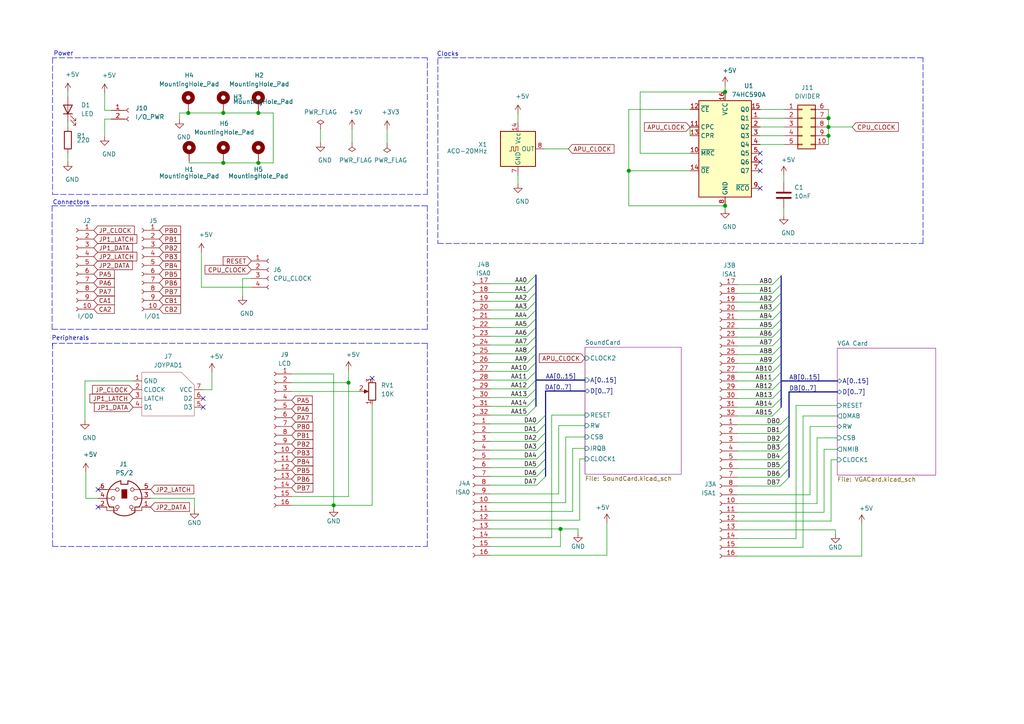
<source format=kicad_sch>
(kicad_sch (version 20211123) (generator eeschema)
  (paper "A4")
  (title_block (title "Miniish") (rev "v1.2c"))
  (junction (at 162.56 153.416) (diameter 1.016))
  (junction (at 101.092 110.998) (diameter 1.016))
  (junction (at 96.774 146.558) (diameter 1.016))
  (junction (at 74.93 32.766) (diameter 1.016))
  (junction (at 210.312 59.69) (diameter 1.016))
  (junction (at 240.284 36.83) (diameter 1.016))
  (junction (at 74.93 47.244) (diameter 1.016))
  (junction (at 210.312 26.67) (diameter 1.016))
  (junction (at 182.372 49.53) (diameter 1.016))
  (junction (at 240.284 34.29) (diameter 1.016))
  (junction (at 64.77 32.766) (diameter 1.016))
  (junction (at 54.61 32.766) (diameter 1.016))
  (junction (at 64.77 47.244) (diameter 1.016))
  (junction (at 240.284 39.37) (diameter 1.016))
  (no_connect (at 220.472 54.61))
  (no_connect (at 220.472 44.45))
  (no_connect (at 107.95 109.728))
  (no_connect (at 220.472 49.53))
  (no_connect (at 58.928 115.57))
  (no_connect (at 220.472 46.99))
  (no_connect (at 58.928 118.11))
  (no_connect (at 28.448 147.066))
  (no_connect (at 28.448 141.986))
  (bus_entry (at 224.028 95.25) (size 2.54 -2.54) (stroke (width 0.1524)))
  (bus_entry (at 155.448 115.316) (size -2.54 2.54) (stroke (width 0.1524)))
  (bus_entry (at 224.028 82.55) (size 2.54 -2.54) (stroke (width 0.1524)))
  (bus_entry (at 155.448 84.836) (size -2.54 2.54) (stroke (width 0.1524)))
  (bus_entry (at 226.314 135.89) (size 2.54 -2.54) (stroke (width 0.1524)))
  (bus_entry (at 224.028 92.71) (size 2.54 -2.54) (stroke (width 0.1524)))
  (bus_entry (at 155.448 110.236) (size -2.54 2.54) (stroke (width 0.1524)))
  (bus_entry (at 155.448 89.916) (size -2.54 2.54) (stroke (width 0.1524)))
  (bus_entry (at 155.448 100.076) (size -2.54 2.54) (stroke (width 0.1524)))
  (bus_entry (at 155.448 107.696) (size -2.54 2.54) (stroke (width 0.1524)))
  (bus_entry (at 158.242 125.476) (size -2.54 2.54) (stroke (width 0.1524)))
  (bus_entry (at 155.448 92.456) (size -2.54 2.54) (stroke (width 0.1524)))
  (bus_entry (at 224.028 102.87) (size 2.54 -2.54) (stroke (width 0.1524)))
  (bus_entry (at 224.028 97.79) (size 2.54 -2.54) (stroke (width 0.1524)))
  (bus_entry (at 155.448 82.296) (size -2.54 2.54) (stroke (width 0.1524)))
  (bus_entry (at 158.242 138.176) (size -2.54 2.54) (stroke (width 0.1524)))
  (bus_entry (at 224.028 85.09) (size 2.54 -2.54) (stroke (width 0.1524)))
  (bus_entry (at 158.242 130.556) (size -2.54 2.54) (stroke (width 0.1524)))
  (bus_entry (at 224.028 90.17) (size 2.54 -2.54) (stroke (width 0.1524)))
  (bus_entry (at 224.028 113.03) (size 2.54 -2.54) (stroke (width 0.1524)))
  (bus_entry (at 224.028 118.11) (size 2.54 -2.54) (stroke (width 0.1524)))
  (bus_entry (at 158.242 133.096) (size -2.54 2.54) (stroke (width 0.1524)))
  (bus_entry (at 155.448 94.996) (size -2.54 2.54) (stroke (width 0.1524)))
  (bus_entry (at 158.242 135.636) (size -2.54 2.54) (stroke (width 0.1524)))
  (bus_entry (at 226.314 138.43) (size 2.54 -2.54) (stroke (width 0.1524)))
  (bus_entry (at 224.028 105.41) (size 2.54 -2.54) (stroke (width 0.1524)))
  (bus_entry (at 226.314 123.19) (size 2.54 -2.54) (stroke (width 0.1524)))
  (bus_entry (at 158.242 120.396) (size -2.54 2.54) (stroke (width 0.1524)))
  (bus_entry (at 155.448 79.756) (size -2.54 2.54) (stroke (width 0.1524)))
  (bus_entry (at 158.242 128.016) (size -2.54 2.54) (stroke (width 0.1524)))
  (bus_entry (at 226.314 133.35) (size 2.54 -2.54) (stroke (width 0.1524)))
  (bus_entry (at 226.314 128.27) (size 2.54 -2.54) (stroke (width 0.1524)))
  (bus_entry (at 155.448 102.616) (size -2.54 2.54) (stroke (width 0.1524)))
  (bus_entry (at 224.028 110.49) (size 2.54 -2.54) (stroke (width 0.1524)))
  (bus_entry (at 155.448 87.376) (size -2.54 2.54) (stroke (width 0.1524)))
  (bus_entry (at 226.314 130.81) (size 2.54 -2.54) (stroke (width 0.1524)))
  (bus_entry (at 224.028 107.95) (size 2.54 -2.54) (stroke (width 0.1524)))
  (bus_entry (at 155.448 117.856) (size -2.54 2.54) (stroke (width 0.1524)))
  (bus_entry (at 226.314 140.97) (size 2.54 -2.54) (stroke (width 0.1524)))
  (bus_entry (at 155.448 112.776) (size -2.54 2.54) (stroke (width 0.1524)))
  (bus_entry (at 224.028 115.57) (size 2.54 -2.54) (stroke (width 0.1524)))
  (bus_entry (at 224.028 87.63) (size 2.54 -2.54) (stroke (width 0.1524)))
  (bus_entry (at 158.242 122.936) (size -2.54 2.54) (stroke (width 0.1524)))
  (bus_entry (at 155.448 97.536) (size -2.54 2.54) (stroke (width 0.1524)))
  (bus_entry (at 224.028 100.33) (size 2.54 -2.54) (stroke (width 0.1524)))
  (bus_entry (at 226.314 125.73) (size 2.54 -2.54) (stroke (width 0.1524)))
  (bus_entry (at 155.448 105.156) (size -2.54 2.54) (stroke (width 0.1524)))
  (bus_entry (at 224.028 120.65) (size 2.54 -2.54) (stroke (width 0.1524)))
  (wire (pts (xy 58.928 113.03) (xy 61.468 113.03)))
  (wire (pts (xy 236.982 127) (xy 236.982 146.05)))
  (bus (pts (xy 155.448 112.776) (xy 155.448 115.316)))
  (wire (pts (xy 152.908 115.316) (xy 142.24 115.316)))
  (wire (pts (xy 213.868 143.51) (xy 234.95 143.51)))
  (wire (pts (xy 157.861 43.18) (xy 164.846 43.18)))
  (wire (pts (xy 101.092 110.998) (xy 101.092 107.442)))
  (wire (pts (xy 56.388 144.526) (xy 56.388 147.828)))
  (wire (pts (xy 74.93 32.131) (xy 74.93 32.766)))
  (bus (pts (xy 226.568 97.79) (xy 226.568 100.33)))
  (wire (pts (xy 152.908 97.536) (xy 142.24 97.536)))
  (wire (pts (xy 164.084 126.746) (xy 164.084 145.796)))
  (wire (pts (xy 227.33 60.452) (xy 227.33 62.484)))
  (wire (pts (xy 152.908 84.836) (xy 142.24 84.836)))
  (wire (pts (xy 152.908 100.076) (xy 142.24 100.076)))
  (wire (pts (xy 52.07 34.671) (xy 52.07 32.766)))
  (wire (pts (xy 213.868 158.75) (xy 232.918 158.75)))
  (wire (pts (xy 230.886 117.602) (xy 242.824 117.602)))
  (wire (pts (xy 213.868 130.81) (xy 226.314 130.81)))
  (wire (pts (xy 142.24 143.256) (xy 162.052 143.256)))
  (wire (pts (xy 150.241 33.02) (xy 150.241 35.56)))
  (wire (pts (xy 213.868 140.97) (xy 226.314 140.97)))
  (bus (pts (xy 155.448 97.536) (xy 155.448 100.076)))
  (wire (pts (xy 241.046 133.35) (xy 241.046 151.13)))
  (wire (pts (xy 30.353 26.924) (xy 30.353 32.004)))
  (bus (pts (xy 155.448 89.916) (xy 155.448 92.456)))
  (wire (pts (xy 249.936 151.892) (xy 249.936 161.29)))
  (wire (pts (xy 152.908 87.376) (xy 142.24 87.376)))
  (wire (pts (xy 30.353 34.544) (xy 30.353 39.624)))
  (polyline (pts (xy 123.952 95.504) (xy 15.113 95.504)) (stroke (width 0.152) (type dash)))
  (polyline (pts (xy 15.24 158.496) (xy 123.952 158.496)) (stroke (width 0) (type dash)))
  (wire (pts (xy 19.685 26.67) (xy 19.685 27.94)))
  (wire (pts (xy 64.77 32.131) (xy 64.77 32.766)))
  (wire (pts (xy 30.353 34.544) (xy 32.258 34.544)))
  (bus (pts (xy 228.854 123.19) (xy 228.854 125.73)))
  (wire (pts (xy 213.868 148.59) (xy 239.014 148.59)))
  (polyline (pts (xy 267.716 70.612) (xy 267.716 16.764)) (stroke (width 0) (type dash)))
  (wire (pts (xy 84.582 144.018) (xy 101.092 144.018)))
  (wire (pts (xy 242.824 123.698) (xy 234.95 123.698)))
  (wire (pts (xy 96.774 146.558) (xy 96.774 147.32)))
  (wire (pts (xy 230.886 117.602) (xy 230.886 156.21)))
  (wire (pts (xy 101.092 144.018) (xy 101.092 110.998)))
  (wire (pts (xy 242.316 153.67) (xy 242.316 154.94)))
  (polyline (pts (xy 127 70.612) (xy 267.716 70.612)) (stroke (width 0) (type dash)))
  (wire (pts (xy 236.982 127) (xy 242.824 127)))
  (wire (pts (xy 84.582 146.558) (xy 96.774 146.558)))
  (wire (pts (xy 239.014 130.302) (xy 242.824 130.302)))
  (wire (pts (xy 79.248 47.244) (xy 79.248 32.766)))
  (polyline (pts (xy 123.952 16.764) (xy 15.24 16.764)) (stroke (width 0) (type dash)))
  (wire (pts (xy 19.685 35.56) (xy 19.685 36.83)))
  (bus (pts (xy 155.448 79.756) (xy 155.448 82.296)))
  (wire (pts (xy 213.868 105.41) (xy 224.028 105.41)))
  (wire (pts (xy 241.046 133.35) (xy 242.824 133.35)))
  (wire (pts (xy 155.702 130.556) (xy 142.24 130.556)))
  (wire (pts (xy 182.372 59.69) (xy 210.312 59.69)))
  (bus (pts (xy 226.568 113.03) (xy 226.568 115.57)))
  (wire (pts (xy 240.284 36.83) (xy 240.284 39.37)))
  (wire (pts (xy 213.868 156.21) (xy 230.886 156.21)))
  (wire (pts (xy 213.868 115.57) (xy 224.028 115.57)))
  (bus (pts (xy 226.568 107.95) (xy 226.568 110.49)))
  (wire (pts (xy 213.868 100.33) (xy 224.028 100.33)))
  (wire (pts (xy 166.116 148.336) (xy 142.24 148.336)))
  (wire (pts (xy 182.372 31.75) (xy 182.372 49.53)))
  (wire (pts (xy 210.312 59.69) (xy 210.312 60.706)))
  (bus (pts (xy 226.568 90.17) (xy 226.568 92.71)))
  (wire (pts (xy 213.868 135.89) (xy 226.314 135.89)))
  (wire (pts (xy 220.472 34.29) (xy 227.584 34.29)))
  (bus (pts (xy 158.242 122.936) (xy 158.242 120.396)))
  (wire (pts (xy 240.284 34.29) (xy 240.284 36.83)))
  (bus (pts (xy 228.854 133.35) (xy 228.854 135.89)))
  (wire (pts (xy 54.864 47.244) (xy 64.77 47.244)))
  (wire (pts (xy 84.582 113.538) (xy 104.14 113.538)))
  (wire (pts (xy 70.358 80.772) (xy 70.358 85.852)))
  (wire (pts (xy 155.702 138.176) (xy 142.24 138.176)))
  (wire (pts (xy 213.868 82.55) (xy 224.028 82.55)))
  (wire (pts (xy 210.312 24.892) (xy 210.312 26.67)))
  (wire (pts (xy 61.468 107.95) (xy 61.468 113.03)))
  (wire (pts (xy 58.42 73.152) (xy 58.42 83.312)))
  (wire (pts (xy 58.42 83.312) (xy 72.898 83.312)))
  (polyline (pts (xy 15.113 59.69) (xy 123.952 59.69)) (stroke (width 0.152) (type dash)))
  (polyline (pts (xy 15.24 99.568) (xy 15.24 100.33)) (stroke (width 0) (type dash)))
  (wire (pts (xy 84.582 110.998) (xy 101.092 110.998)))
  (bus (pts (xy 155.448 102.616) (xy 155.448 105.156)))
  (wire (pts (xy 152.908 102.616) (xy 142.24 102.616)))
  (wire (pts (xy 74.93 32.766) (xy 64.77 32.766)))
  (wire (pts (xy 142.24 145.796) (xy 164.084 145.796)))
  (wire (pts (xy 213.868 123.19) (xy 226.314 123.19)))
  (polyline (pts (xy 123.952 99.568) (xy 15.24 99.568)) (stroke (width 0) (type dash)))
  (wire (pts (xy 240.284 36.83) (xy 247.142 36.83)))
  (wire (pts (xy 169.672 130.048) (xy 166.116 130.048)))
  (wire (pts (xy 162.56 153.416) (xy 142.24 153.416)))
  (wire (pts (xy 52.07 32.766) (xy 54.61 32.766)))
  (bus (pts (xy 158.242 120.396) (xy 158.242 113.411)))
  (wire (pts (xy 213.868 133.35) (xy 226.314 133.35)))
  (wire (pts (xy 107.95 146.558) (xy 96.774 146.558)))
  (wire (pts (xy 213.868 90.17) (xy 224.028 90.17)))
  (wire (pts (xy 239.014 130.302) (xy 239.014 148.59)))
  (bus (pts (xy 228.854 113.665) (xy 228.854 120.65)))
  (wire (pts (xy 167.64 153.416) (xy 167.64 154.686)))
  (wire (pts (xy 162.56 158.496) (xy 162.56 153.416)))
  (bus (pts (xy 155.448 84.836) (xy 155.448 82.296)))
  (bus (pts (xy 155.448 84.836) (xy 155.448 87.376)))
  (wire (pts (xy 92.964 37.338) (xy 92.964 41.402)))
  (wire (pts (xy 213.868 125.73) (xy 226.314 125.73)))
  (polyline (pts (xy 15.24 99.568) (xy 15.24 158.496)) (stroke (width 0) (type dash)))
  (wire (pts (xy 152.908 92.456) (xy 142.24 92.456)))
  (bus (pts (xy 169.672 110.236) (xy 155.448 110.236)))
  (bus (pts (xy 228.854 113.665) (xy 242.824 113.665)))
  (wire (pts (xy 182.372 49.53) (xy 182.372 59.69)))
  (wire (pts (xy 169.672 123.444) (xy 162.052 123.444)))
  (wire (pts (xy 107.95 117.348) (xy 107.95 146.558)))
  (wire (pts (xy 152.908 82.296) (xy 142.24 82.296)))
  (wire (pts (xy 142.24 155.956) (xy 160.02 155.956)))
  (wire (pts (xy 220.472 31.75) (xy 227.584 31.75)))
  (wire (pts (xy 213.868 161.29) (xy 249.936 161.29)))
  (wire (pts (xy 240.284 39.37) (xy 240.284 41.91)))
  (wire (pts (xy 169.672 133.096) (xy 168.148 133.096)))
  (bus (pts (xy 158.242 133.096) (xy 158.242 135.636)))
  (wire (pts (xy 152.908 94.996) (xy 142.24 94.996)))
  (wire (pts (xy 213.868 138.43) (xy 226.314 138.43)))
  (wire (pts (xy 176.022 161.036) (xy 142.24 161.036)))
  (polyline (pts (xy 123.952 59.69) (xy 123.952 95.504)) (stroke (width 0.152) (type dash)))
  (bus (pts (xy 226.568 92.71) (xy 226.568 95.25)))
  (wire (pts (xy 150.241 50.8) (xy 150.241 53.34)))
  (wire (pts (xy 64.77 47.244) (xy 74.93 47.244)))
  (bus (pts (xy 226.568 110.49) (xy 226.568 113.03)))
  (wire (pts (xy 112.268 37.592) (xy 112.268 41.656)))
  (wire (pts (xy 213.868 92.71) (xy 224.028 92.71)))
  (wire (pts (xy 166.116 130.048) (xy 166.116 148.336)))
  (wire (pts (xy 169.672 120.396) (xy 160.02 120.396)))
  (bus (pts (xy 226.568 102.87) (xy 226.568 105.41)))
  (polyline (pts (xy 15.24 56.388) (xy 123.952 56.388)) (stroke (width 0) (type dash)))
  (bus (pts (xy 155.448 94.996) (xy 155.448 97.536)))
  (wire (pts (xy 200.152 36.83) (xy 200.152 39.37)))
  (wire (pts (xy 234.95 123.698) (xy 234.95 143.51)))
  (wire (pts (xy 155.702 122.936) (xy 142.24 122.936)))
  (bus (pts (xy 228.854 130.81) (xy 228.854 133.35)))
  (bus (pts (xy 226.568 82.55) (xy 226.568 85.09)))
  (wire (pts (xy 220.472 41.91) (xy 227.584 41.91)))
  (wire (pts (xy 213.868 97.79) (xy 224.028 97.79)))
  (wire (pts (xy 185.674 26.67) (xy 210.312 26.67)))
  (bus (pts (xy 226.568 87.63) (xy 226.568 90.17)))
  (wire (pts (xy 162.052 123.444) (xy 162.052 143.256)))
  (wire (pts (xy 176.022 151.638) (xy 176.022 161.036)))
  (bus (pts (xy 226.568 95.25) (xy 226.568 97.79)))
  (wire (pts (xy 185.674 44.45) (xy 200.152 44.45)))
  (wire (pts (xy 213.868 128.27) (xy 226.314 128.27)))
  (wire (pts (xy 74.93 47.244) (xy 79.248 47.244)))
  (wire (pts (xy 72.898 80.772) (xy 70.358 80.772)))
  (wire (pts (xy 96.774 108.458) (xy 96.774 146.558)))
  (wire (pts (xy 182.372 49.53) (xy 200.152 49.53)))
  (wire (pts (xy 155.702 140.716) (xy 142.24 140.716)))
  (polyline (pts (xy 267.716 16.764) (xy 127 16.764)) (stroke (width 0) (type dash)))
  (wire (pts (xy 240.284 31.75) (xy 240.284 34.29)))
  (bus (pts (xy 228.854 120.65) (xy 228.854 123.19)))
  (polyline (pts (xy 127 17.018) (xy 127 70.612)) (stroke (width 0) (type dash)))
  (wire (pts (xy 64.77 46.609) (xy 64.77 47.244)))
  (wire (pts (xy 168.148 133.096) (xy 168.148 150.876)))
  (wire (pts (xy 54.864 46.609) (xy 54.864 47.244)))
  (wire (pts (xy 160.02 155.956) (xy 160.02 120.396)))
  (wire (pts (xy 213.868 113.03) (xy 224.028 113.03)))
  (wire (pts (xy 142.24 158.496) (xy 162.56 158.496)))
  (wire (pts (xy 152.908 107.696) (xy 142.24 107.696)))
  (wire (pts (xy 220.472 39.37) (xy 227.584 39.37)))
  (bus (pts (xy 228.854 125.73) (xy 228.854 128.27)))
  (wire (pts (xy 155.702 125.476) (xy 142.24 125.476)))
  (bus (pts (xy 226.568 85.09) (xy 226.568 87.63)))
  (wire (pts (xy 213.868 153.67) (xy 242.316 153.67)))
  (wire (pts (xy 64.77 32.766) (xy 54.61 32.766)))
  (wire (pts (xy 19.685 44.45) (xy 19.685 46.99)))
  (wire (pts (xy 213.868 118.11) (xy 224.028 118.11)))
  (polyline (pts (xy 123.952 158.496) (xy 123.952 99.568)) (stroke (width 0) (type dash)))
  (wire (pts (xy 213.868 95.25) (xy 224.028 95.25)))
  (wire (pts (xy 152.908 110.236) (xy 142.24 110.236)))
  (wire (pts (xy 167.64 153.416) (xy 162.56 153.416)))
  (wire (pts (xy 24.892 144.526) (xy 28.448 144.526)))
  (wire (pts (xy 74.93 32.766) (xy 79.248 32.766)))
  (polyline (pts (xy 15.24 16.764) (xy 15.24 56.388)) (stroke (width 0) (type dash)))
  (wire (pts (xy 232.918 120.65) (xy 242.824 120.65)))
  (polyline (pts (xy 15.113 59.69) (xy 15.113 95.504)) (stroke (width 0.152) (type dash)))
  (bus (pts (xy 155.448 110.236) (xy 155.448 112.776)))
  (bus (pts (xy 158.242 135.636) (xy 158.242 138.176)))
  (bus (pts (xy 226.568 115.57) (xy 226.568 118.11)))
  (bus (pts (xy 155.448 87.376) (xy 155.448 89.916)))
  (wire (pts (xy 54.61 32.131) (xy 54.61 32.766)))
  (wire (pts (xy 155.702 135.636) (xy 142.24 135.636)))
  (wire (pts (xy 152.908 112.776) (xy 142.24 112.776)))
  (wire (pts (xy 168.148 150.876) (xy 142.24 150.876)))
  (bus (pts (xy 155.448 107.696) (xy 155.448 110.236)))
  (bus (pts (xy 226.568 80.01) (xy 226.568 82.55)))
  (wire (pts (xy 220.472 36.83) (xy 227.584 36.83)))
  (wire (pts (xy 155.702 128.016) (xy 142.24 128.016)))
  (bus (pts (xy 226.568 100.33) (xy 226.568 102.87)))
  (polyline (pts (xy 123.952 56.388) (xy 123.952 16.764)) (stroke (width 0) (type dash)))
  (wire (pts (xy 30.353 32.004) (xy 32.258 32.004)))
  (wire (pts (xy 213.868 120.65) (xy 224.028 120.65)))
  (wire (pts (xy 213.868 85.09) (xy 224.028 85.09)))
  (bus (pts (xy 226.568 110.49) (xy 242.824 110.49)))
  (wire (pts (xy 213.868 102.87) (xy 224.028 102.87)))
  (bus (pts (xy 155.448 115.316) (xy 155.448 117.856)))
  (wire (pts (xy 74.93 46.609) (xy 74.93 47.244)))
  (bus (pts (xy 226.568 105.41) (xy 226.568 107.95)))
  (wire (pts (xy 213.868 107.95) (xy 224.028 107.95)))
  (wire (pts (xy 213.868 146.05) (xy 236.982 146.05)))
  (wire (pts (xy 43.688 144.526) (xy 56.388 144.526)))
  (wire (pts (xy 84.582 108.458) (xy 96.774 108.458)))
  (wire (pts (xy 155.702 133.096) (xy 142.24 133.096)))
  (bus (pts (xy 155.448 92.456) (xy 155.448 94.996)))
  (bus (pts (xy 158.242 125.476) (xy 158.242 128.016)))
  (wire (pts (xy 232.918 120.65) (xy 232.918 158.75)))
  (wire (pts (xy 227.33 50.8) (xy 227.33 52.832)))
  (wire (pts (xy 102.108 37.338) (xy 102.108 41.402)))
  (bus (pts (xy 158.242 125.476) (xy 158.242 122.936)))
  (wire (pts (xy 213.868 151.13) (xy 241.046 151.13)))
  (bus (pts (xy 228.854 135.89) (xy 228.854 138.43)))
  (wire (pts (xy 24.638 110.49) (xy 24.638 121.92)))
  (bus (pts (xy 155.448 100.076) (xy 155.448 102.616)))
  (wire (pts (xy 169.672 126.746) (xy 164.084 126.746)))
  (wire (pts (xy 152.908 117.856) (xy 142.24 117.856)))
  (wire (pts (xy 24.892 136.906) (xy 24.892 144.526)))
  (wire (pts (xy 185.674 44.45) (xy 185.674 26.67)))
  (wire (pts (xy 152.908 105.156) (xy 142.24 105.156)))
  (wire (pts (xy 213.868 87.63) (xy 224.028 87.63)))
  (bus (pts (xy 158.242 130.556) (xy 158.242 133.096)))
  (wire (pts (xy 200.152 31.75) (xy 182.372 31.75)))
  (wire (pts (xy 152.908 120.396) (xy 142.24 120.396)))
  (wire (pts (xy 213.868 110.49) (xy 224.028 110.49)))
  (wire (pts (xy 38.608 110.49) (xy 24.638 110.49)))
  (bus (pts (xy 155.448 105.156) (xy 155.448 107.696)))
  (bus (pts (xy 169.672 113.411) (xy 158.242 113.411)))
  (bus (pts (xy 228.854 128.27) (xy 228.854 130.81)))
  (wire (pts (xy 152.908 89.916) (xy 142.24 89.916)))
  (bus (pts (xy 158.242 128.016) (xy 158.242 130.556)))
  (text "Power" (at 21.336 16.383 180) (effects (font (size 1.27 1.27)) (justify right bottom)))
  (text "Clocks" (at 133.096 16.51 180) (effects (font (size 1.27 1.27)) (justify right bottom)))
  (text "Peripherals" (at 25.908 98.933 180) (effects (font (size 1.27 1.27)) (justify right bottom)))
  (text "Connectors" (at 26.035 59.563 180) (effects (font (size 1.27 1.27)) (justify right bottom)))
  (label "DA7" (at 155.702 140.716 180))
  (label "DA6" (at 155.702 138.176 180))
  (label "AA15" (at 152.908 120.396 180))
  (label "DB[0..7]" (at 228.854 113.665 0))
  (label "DB7" (at 226.314 140.97 180))
  (label "AA8" (at 152.908 102.616 180))
  (label "AB8" (at 224.028 102.87 180))
  (label "AA9" (at 152.908 105.156 180))
  (label "AA14" (at 152.908 117.856 180))
  (label "AB0" (at 224.028 82.55 180))
  (label "AA3" (at 152.908 89.916 180))
  (label "DA0" (at 155.702 122.936 180))
  (label "DA1" (at 155.702 125.476 180))
  (label "AB13" (at 224.028 115.57 180))
  (label "AB[0..15]" (at 228.854 110.49 0))
  (label "AA10" (at 152.908 107.696 180))
  (label "DA2" (at 155.702 128.016 180))
  (label "DA[0..7]" (at 165.862 113.411 180))
  (label "AB15" (at 224.028 120.65 180))
  (label "AA1" (at 152.908 84.836 180))
  (label "AB2" (at 224.028 87.63 180))
  (label "DB3" (at 226.314 130.81 180))
  (label "DB6" (at 226.314 138.43 180))
  (label "DB4" (at 226.314 133.35 180))
  (label "AA6" (at 152.908 97.536 180))
  (label "AB9" (at 224.028 105.41 180))
  (label "AB5" (at 224.028 95.25 180))
  (label "AA2" (at 152.908 87.376 180))
  (label "AB7" (at 224.028 100.33 180))
  (label "AB3" (at 224.028 90.17 180))
  (label "AA0" (at 152.908 82.296 180))
  (label "AA[0..15]" (at 158.242 110.236 0))
  (label "AA5" (at 152.908 94.996 180))
  (label "DA3" (at 155.702 130.556 180))
  (label "AB11" (at 224.028 110.49 180))
  (label "DB0" (at 226.314 123.19 180))
  (label "DA5" (at 155.702 135.636 180))
  (label "AB14" (at 224.028 118.11 180))
  (label "AB10" (at 224.028 107.95 180))
  (label "AB1" (at 224.028 85.09 180))
  (label "DA4" (at 155.702 133.096 180))
  (label "DB2" (at 226.314 128.27 180))
  (label "AB4" (at 224.028 92.71 180))
  (label "AA12" (at 152.908 112.776 180))
  (label "DB5" (at 226.314 135.89 180))
  (label "AA13" (at 152.908 115.316 180))
  (label "AB12" (at 224.028 113.03 180))
  (label "AA11" (at 152.908 110.236 180))
  (label "DB1" (at 226.314 125.73 180))
  (label "AA4" (at 152.908 92.456 180))
  (label "AA7" (at 152.908 100.076 180))
  (label "AB6" (at 224.028 97.79 180))
  (global_label "PB4" (shape input) (at 46.228 76.962 0) (property "Intersheet References" "${INTERSHEET_REFS}" (effects hide)))
  (global_label "CA2" (shape input) (at 27.178 89.662 0) (property "Intersheet References" "${INTERSHEET_REFS}" (effects hide)))
  (global_label "PB3" (shape input) (at 46.228 74.422 0) (property "Intersheet References" "${INTERSHEET_REFS}" (effects hide)))
  (global_label "PB0" (shape input) (at 46.228 66.802 0) (property "Intersheet References" "${INTERSHEET_REFS}" (effects hide)))
  (global_label "APU_CLOCK" (shape input) (at 164.846 43.18 0) (property "Intersheet References" "${INTERSHEET_REFS}" (effects hide)))
  (global_label "PB7" (shape input) (at 84.582 141.478 0) (property "Intersheet References" "${INTERSHEET_REFS}" (effects hide)))
  (global_label "PA7" (shape input) (at 27.178 84.582 0) (property "Intersheet References" "${INTERSHEET_REFS}" (effects hide)))
  (global_label "CB2" (shape input) (at 46.228 89.662 0) (property "Intersheet References" "${INTERSHEET_REFS}" (effects hide)))
  (global_label "PB4" (shape input) (at 84.582 133.858 0) (property "Intersheet References" "${INTERSHEET_REFS}" (effects hide)))
  (global_label "CPU_CLOCK" (shape input) (at 247.142 36.83 0) (property "Intersheet References" "${INTERSHEET_REFS}" (effects hide)))
  (global_label "JP2_DATA" (shape input) (at 27.178 76.962 0) (property "Intersheet References" "${INTERSHEET_REFS}" (effects hide)))
  (global_label "PB2" (shape input) (at 84.582 128.778 0) (property "Intersheet References" "${INTERSHEET_REFS}" (effects hide)))
  (global_label "APU_CLOCK" (shape input) (at 200.152 36.83 180) (property "Intersheet References" "${INTERSHEET_REFS}" (effects hide)))
  (global_label "JP1_DATA" (shape input) (at 27.178 71.882 0) (property "Intersheet References" "${INTERSHEET_REFS}" (effects hide)))
  (global_label "CB1" (shape input) (at 46.228 87.122 0) (property "Intersheet References" "${INTERSHEET_REFS}" (effects hide)))
  (global_label "PA7" (shape input) (at 84.582 121.158 0) (property "Intersheet References" "${INTERSHEET_REFS}" (effects hide)))
  (global_label "PA6" (shape input) (at 27.178 82.042 0) (property "Intersheet References" "${INTERSHEET_REFS}" (effects hide)))
  (global_label "APU_CLOCK" (shape input) (at 169.672 103.886 180) (property "Intersheet References" "${INTERSHEET_REFS}" (effects hide)))
  (global_label "PB0" (shape input) (at 84.582 123.698 0) (property "Intersheet References" "${INTERSHEET_REFS}" (effects hide)))
  (global_label "PB2" (shape input) (at 46.228 71.882 0) (property "Intersheet References" "${INTERSHEET_REFS}" (effects hide)))
  (global_label "PB5" (shape input) (at 46.228 79.502 0) (property "Intersheet References" "${INTERSHEET_REFS}" (effects hide)))
  (global_label "JP1_DATA" (shape input) (at 38.608 118.11 180) (property "Intersheet References" "${INTERSHEET_REFS}" (effects hide)))
  (global_label "PB5" (shape input) (at 84.582 136.398 0) (property "Intersheet References" "${INTERSHEET_REFS}" (effects hide)))
  (global_label "PB6" (shape input) (at 46.228 82.042 0) (property "Intersheet References" "${INTERSHEET_REFS}" (effects hide)))
  (global_label "JP_CLOCK" (shape input) (at 38.608 113.03 180) (property "Intersheet References" "${INTERSHEET_REFS}" (effects hide)))
  (global_label "PB7" (shape input) (at 46.228 84.582 0) (property "Intersheet References" "${INTERSHEET_REFS}" (effects hide)))
  (global_label "PA6" (shape input) (at 84.582 118.618 0) (property "Intersheet References" "${INTERSHEET_REFS}" (effects hide)))
  (global_label "PB3" (shape input) (at 84.582 131.318 0) (property "Intersheet References" "${INTERSHEET_REFS}" (effects hide)))
  (global_label "JP1_LATCH" (shape input) (at 27.178 69.342 0) (property "Intersheet References" "${INTERSHEET_REFS}" (effects hide)))
  (global_label "RESET" (shape input) (at 72.898 75.692 180) (property "Intersheet References" "${INTERSHEET_REFS}" (effects hide)))
  (global_label "PA5" (shape input) (at 84.582 116.078 0) (property "Intersheet References" "${INTERSHEET_REFS}" (effects hide)))
  (global_label "PB1" (shape input) (at 84.582 126.238 0) (property "Intersheet References" "${INTERSHEET_REFS}" (effects hide)))
  (global_label "PB6" (shape input) (at 84.582 138.938 0) (property "Intersheet References" "${INTERSHEET_REFS}" (effects hide)))
  (global_label "PA5" (shape input) (at 27.178 79.502 0) (property "Intersheet References" "${INTERSHEET_REFS}" (effects hide)))
  (global_label "CPU_CLOCK" (shape input) (at 72.898 78.232 180) (property "Intersheet References" "${INTERSHEET_REFS}" (effects hide)))
  (global_label "JP2_LATCH" (shape input) (at 27.178 74.422 0) (property "Intersheet References" "${INTERSHEET_REFS}" (effects hide)))
  (global_label "JP2_LATCH" (shape input) (at 43.688 141.986 0) (property "Intersheet References" "${INTERSHEET_REFS}" (effects hide)))
  (global_label "CA1" (shape input) (at 27.178 87.122 0) (property "Intersheet References" "${INTERSHEET_REFS}" (effects hide)))
  (global_label "PB1" (shape input) (at 46.228 69.342 0) (property "Intersheet References" "${INTERSHEET_REFS}" (effects hide)))
  (global_label "JP1_LATCH" (shape input) (at 38.608 115.57 180) (property "Intersheet References" "${INTERSHEET_REFS}" (effects hide)))
  (global_label "JP_CLOCK" (shape input) (at 27.178 66.802 0) (property "Intersheet References" "${INTERSHEET_REFS}" (effects hide)))
  (global_label "JP2_DATA" (shape input) (at 43.688 147.066 0) (property "Intersheet References" "${INTERSHEET_REFS}" (effects hide)))
  (symbol (lib_id "Connector_TheRLab:NES_JoyPad") (at 48.768 114.3 0) (unit 1)
    (property "Reference" "J7" (at 48.768 103.378 0))
    (property "Value" "JOYPAD1" (at 48.768 105.918 0))
    (property "Footprint" "Connector_TheRLab:NES_JoyPad" (effects hide))
  )
  (symbol (lib_id "power:+5V") (at 24.892 136.906 0) (unit 1)
    (property "Reference" "#PWR0110" (effects hide))
    (property "Value" "+5V" (at 26.162 131.826 0))
  )
  (symbol (lib_id "Device:C") (at 227.33 56.642 0) (unit 1)
    (property "Reference" "C1" (at 230.378 54.356 0) (effects (justify left)))
    (property "Value" "10nF" (at 230.378 56.896 0) (effects (justify left)))
    (property "Footprint" "Capacitor_THT:C_Disc_D5.0mm_W2.5mm_P2.50mm" (effects hide))
  )
  (symbol (lib_id "power:+5V") (at 58.42 73.152 0) (unit 1)
    (property "Reference" "#PWR0104" (effects hide))
    (property "Value" "+5V" (at 59.69 68.072 0))
  )
  (symbol (lib_id "Connector:Conn_01x02_Female") (at 37.338 32.004 0) (unit 1)
    (property "Reference" "J10" (at 39.243 31.369 0) (effects (justify left)))
    (property "Value" "I/O_PWR" (at 39.243 33.909 0) (effects (justify left)))
    (property "Footprint" "Connector_PinHeader_2.54mm:PinHeader_1x02_P2.54mm_Vertical" (effects hide))
  )
  (symbol (lib_id "Device:R_POT") (at 107.95 113.538 180) (unit 1)
    (property "Reference" "RV1" (at 110.49 111.76 0) (effects (justify right)))
    (property "Value" "10K" (at 110.49 114.3 0) (effects (justify right)))
    (property "Footprint" "Potentiometer_THT:Potentiometer_Bourns_3266Y_Vertical" (effects hide))
  )
  (symbol (lib_id "power:GND") (at 24.638 121.92 0) (unit 1)
    (property "Reference" "#PWR0109" (effects hide))
    (property "Value" "GND" (at 25.908 127 0))
  )
  (symbol (lib_id "power:GND") (at 52.07 34.671 0) (unit 1)
    (property "Reference" "#PWR0105" (effects hide))
    (property "Value" "GND" (at 53.34 39.751 0))
  )
  (symbol (lib_id "power:GND") (at 242.316 154.94 0) (unit 1)
    (property "Reference" "#PWR0120" (effects hide))
    (property "Value" "GND" (at 242.316 158.75 0))
  )
  (symbol (lib_id "Mechanical:MountingHole_Pad") (at 64.77 29.591 0) (unit 1)
    (property "Reference" "H3" (at 67.564 28.194 0) (effects (justify left)))
    (property "Value" "MountingHole_Pad" (at 67.564 29.464 0) (effects (justify left)))
    (property "Footprint" "MountingHole:MountingHole_3.2mm_M3" (effects hide))
  )
  (symbol (lib_id "power:+5V") (at 249.936 151.892 0) (unit 1)
    (property "Reference" "#PWR0119" (effects hide))
    (property "Value" "+5V" (at 251.206 147.447 0))
  )
  (symbol (lib_id "power:PWR_FLAG") (at 112.268 41.656 180) (unit 1)
    (property "Reference" "#FLG0103" (effects hide))
    (property "Value" "PWR_FLAG" (at 113.284 46.482 0))
  )
  (symbol (lib_name "Mechanical:MountingHole_Pad_1") (lib_id "Mechanical:MountingHole_Pad") (at 54.864 44.069 0) (unit 1)
    (property "Reference" "H1" (at 54.864 49.149 0))
    (property "Value" "MountingHole_Pad" (at 54.864 51.054 0))
    (property "Footprint" "MountingHole:MountingHole_3.2mm_M3" (effects hide))
  )
  (symbol (lib_id "Connector_TheRLab:Conn_02x16_Female_2units") (at 130.81 99.568 0) (unit 2)
    (property "Reference" "J4" (at 140.208 76.708 0))
    (property "Value" "ISA0" (at 140.208 79.248 0))
    (property "Footprint" "Connector_PinHeader_2.54mm:PinHeader_2x16_P2.54mm_Vertical" (effects hide))
  )
  (symbol (lib_name "Connector:Conn_01x16_Female_1") (lib_id "Connector:Conn_01x16_Female") (at 79.502 126.238 0) (mirror y) (unit 1)
    (property "Reference" "J9" (at 82.55 102.87 0))
    (property "Value" "LCD" (at 82.55 105.41 0))
    (property "Footprint" "Connector_PinSocket_2.54mm:PinSocket_1x16_P2.54mm_Vertical" (effects hide))
  )
  (symbol (lib_id "power:+5V") (at 30.353 26.924 0) (unit 1)
    (property "Reference" "#PWR0101" (effects hide))
    (property "Value" "+5V" (at 31.623 21.844 0))
  )
  (symbol (lib_id "power:+5V") (at 176.022 151.638 0) (mirror y) (unit 1)
    (property "Reference" "#PWR0117" (effects hide))
    (property "Value" "+5V" (at 174.752 147.193 0))
  )
  (symbol (lib_id "Connector:Mini-DIN-6") (at 36.068 144.526 0) (unit 1)
    (property "Reference" "J1" (at 35.814 134.62 0))
    (property "Value" "PS/2" (at 36.068 137.16 0))
    (property "Footprint" "Connector_TheRLab:Connector_Mini-DIN_Female_6Pin_2rows" (effects hide))
  )
  (symbol (lib_id "power:PWR_FLAG") (at 102.108 41.402 180) (unit 1)
    (property "Reference" "#FLG0102" (effects hide))
    (property "Value" "PWR_FLAG" (at 103.124 46.482 0))
  )
  (symbol (lib_id "power:+5V") (at 102.108 37.338 0) (unit 1)
    (property "Reference" "#PWR0173" (effects hide))
    (property "Value" "+5V" (at 103.124 32.512 0))
  )
  (symbol (lib_id "power:GND") (at 56.388 147.828 0) (unit 1)
    (property "Reference" "#PWR0114" (effects hide))
    (property "Value" "GND" (at 56.388 151.638 0))
  )
  (symbol (lib_id "Connector_TheRLab:Conn_02x16_Female_2units") (at 202.438 140.716 0) (mirror y) (unit 1)
    (property "Reference" "J3" (at 207.772 140.462 0) (effects (justify left)))
    (property "Value" "ISA1" (at 207.772 143.002 0) (effects (justify left)))
    (property "Footprint" "Connector_PinHeader_2.54mm:PinHeader_2x16_P2.54mm_Vertical" (effects hide))
  )
  (symbol (lib_id "power:+3V3") (at 112.268 37.592 0) (unit 1)
    (property "Reference" "#PWR0175" (effects hide))
    (property "Value" "+3V3" (at 113.284 32.512 0))
  )
  (symbol (lib_id "Connector_TheRLab:Conn_02x16_Female_2units") (at 130.81 140.462 0) (mirror y) (unit 1)
    (property "Reference" "J4" (at 136.398 140.208 0) (effects (justify left)))
    (property "Value" "ISA0" (at 136.398 142.748 0) (effects (justify left)))
    (property "Footprint" "Connector_PinHeader_2.54mm:PinHeader_2x16_P2.54mm_Vertical" (effects hide))
  )
  (symbol (lib_id "power:+5V") (at 227.33 50.8 0) (unit 1)
    (property "Reference" "#PWR0122" (effects hide))
    (property "Value" "+5V" (at 228.6 46.355 0))
  )
  (symbol (lib_id "power:GND") (at 70.358 85.852 0) (unit 1)
    (property "Reference" "#PWR0103" (effects hide))
    (property "Value" "GND" (at 71.628 90.932 0))
  )
  (symbol (lib_id "power:+5V") (at 101.092 107.442 0) (unit 1)
    (property "Reference" "#PWR0113" (effects hide))
    (property "Value" "+5V" (at 102.362 102.87 0))
  )
  (symbol (lib_name "Connector_TheRLab:Conn_02x16_Female_2units_1") (lib_id "Connector_TheRLab:Conn_02x16_Female_2units") (at 202.438 99.822 0) (unit 2)
    (property "Reference" "J3" (at 211.582 76.962 0))
    (property "Value" "ISA1" (at 211.582 79.502 0))
    (property "Footprint" "Connector_PinHeader_2.54mm:PinHeader_2x16_P2.54mm_Vertical" (effects hide))
  )
  (symbol (lib_id "power:GND") (at 150.241 53.34 0) (unit 1)
    (property "Reference" "#PWR0125" (effects hide))
    (property "Value" "GND" (at 151.511 58.42 0))
  )
  (symbol (lib_id "power:+5V") (at 61.468 107.95 0) (unit 1)
    (property "Reference" "#PWR0111" (effects hide))
    (property "Value" "+5V" (at 62.738 103.378 0))
  )
  (symbol (lib_id "Oscillator:ACO-xxxMHz") (at 150.241 43.18 0) (unit 1)
    (property "Reference" "X1" (at 141.351 41.91 0) (effects (justify right)))
    (property "Value" "ACO-20MHz" (at 141.351 43.815 0) (effects (justify right)))
    (property "Footprint" "Oscillator:Oscillator_DIP-14" (effects hide))
  )
  (symbol (lib_id "power:GND") (at 92.964 41.402 0) (unit 1)
    (property "Reference" "#PWR0174" (effects hide))
    (property "Value" "GND" (at 94.234 46.482 0))
  )
  (symbol (lib_id "power:GND") (at 19.685 46.99 0) (unit 1)
    (property "Reference" "#PWR0107" (effects hide))
    (property "Value" "GND" (at 20.955 52.07 0))
  )
  (symbol (lib_id "Connector_Generic:Conn_02x05_Top_Bottom") (at 232.664 36.83 0) (unit 1)
    (property "Reference" "J11" (at 234.188 25.4 0))
    (property "Value" "DIVIDER" (at 234.188 27.94 0))
    (property "Footprint" "Button_Switch_THT:SW_DIP_SPSTx05_Slide_6.7x14.26mm_W7.62mm_P2.54mm_LowProfile" (effects hide))
  )
  (symbol (lib_id "power:GND") (at 227.33 62.484 0) (unit 1)
    (property "Reference" "#PWR0116" (effects hide))
    (property "Value" "GND" (at 228.6 67.564 0))
  )
  (symbol (lib_id "power:GND") (at 210.312 60.706 0) (unit 1)
    (property "Reference" "#PWR0121" (effects hide))
    (property "Value" "GND" (at 211.582 65.786 0))
  )
  (symbol (lib_id "Connector:Conn_01x04_Female") (at 77.978 78.232 0) (unit 1)
    (property "Reference" "J6" (at 79.248 78.232 0) (effects (justify left)))
    (property "Value" "CPU_CLOCK" (at 79.248 80.772 0) (effects (justify left)))
    (property "Footprint" "Connector_PinHeader_2.54mm:PinHeader_1x04_P2.54mm_Vertical" (effects hide))
  )
  (symbol (lib_name "Connector:Conn_01x10_Female_1") (lib_id "Connector:Conn_01x10_Female") (at 22.098 76.962 0) (mirror y) (unit 1)
    (property "Reference" "J2" (at 26.416 64.008 0) (effects (justify left)))
    (property "Value" "I/O0" (at 27.178 91.694 0) (effects (justify left)))
    (property "Footprint" "Connector_PinHeader_2.54mm:PinHeader_1x10_P2.54mm_Vertical" (effects hide))
  )
  (symbol (lib_id "power:GND") (at 30.353 39.624 0) (unit 1)
    (property "Reference" "#PWR0102" (effects hide))
    (property "Value" "GND" (at 31.623 44.704 0))
  )
  (symbol (lib_id "74xx:74HC590A") (at 210.312 44.45 0) (unit 1)
    (property "Reference" "U1" (at 217.17 24.892 0))
    (property "Value" "74HC590A" (at 217.17 27.432 0))
    (property "Footprint" "Package_DIP:DIP-16_W7.62mm" (effects hide))
  )
  (symbol (lib_id "power:+5V") (at 210.312 24.892 0) (unit 1)
    (property "Reference" "#PWR0123" (effects hide))
    (property "Value" "+5V" (at 211.582 20.447 0))
  )
  (symbol (lib_id "power:PWR_FLAG") (at 92.964 37.338 0) (unit 1)
    (property "Reference" "#FLG0101" (effects hide))
    (property "Value" "PWR_FLAG" (at 92.964 32.512 0))
  )
  (symbol (lib_id "power:GND") (at 167.64 154.686 0) (mirror y) (unit 1)
    (property "Reference" "#PWR0118" (effects hide))
    (property "Value" "GND" (at 167.64 158.496 0))
  )
  (symbol (lib_id "Device:LED") (at 19.685 31.75 90) (unit 1)
    (property "Reference" "D1" (at 23.495 30.48 90) (effects (justify right)))
    (property "Value" "LED" (at 23.495 33.02 90) (effects (justify right)))
    (property "Footprint" "LED_THT:LED_D5.0mm" (effects hide))
  )
  (symbol (lib_name "Mechanical:MountingHole_Pad_4") (lib_id "Mechanical:MountingHole_Pad") (at 74.93 44.069 0) (unit 1)
    (property "Reference" "H5" (at 74.93 49.149 0))
    (property "Value" "MountingHole_Pad" (at 74.93 51.054 0))
    (property "Footprint" "MountingHole:MountingHole_3.2mm_M3" (effects hide))
  )
  (symbol (lib_id "power:+5V") (at 150.241 33.02 0) (unit 1)
    (property "Reference" "#PWR0124" (effects hide))
    (property "Value" "+5V" (at 151.511 27.94 0))
  )
  (symbol (lib_id "Connector:Conn_01x10_Female") (at 41.148 76.962 0) (mirror y) (unit 1)
    (property "Reference" "J5" (at 44.45 64.008 0))
    (property "Value" "I/O1" (at 44.196 91.694 0))
    (property "Footprint" "Connector_PinHeader_2.54mm:PinHeader_1x10_P2.54mm_Vertical" (effects hide))
  )
  (symbol (lib_id "Device:R") (at 19.685 40.64 0) (unit 1)
    (property "Reference" "R1" (at 22.225 39.37 0) (effects (justify left)))
    (property "Value" "220" (at 22.225 40.64 0) (effects (justify left)))
    (property "Footprint" "Resistor_THT:R_Axial_DIN0207_L6.3mm_D2.5mm_P10.16mm_Horizontal" (effects hide))
  )
  (symbol (lib_id "power:GND") (at 96.774 147.32 0) (unit 1)
    (property "Reference" "#PWR0115" (effects hide))
    (property "Value" "GND" (at 96.774 151.13 0))
  )
  (symbol (lib_id "power:+5V") (at 19.685 26.67 0) (unit 1)
    (property "Reference" "#PWR0106" (effects hide))
    (property "Value" "+5V" (at 20.955 21.59 0))
  )
  (symbol (lib_name "Mechanical:MountingHole_Pad_3") (lib_id "Mechanical:MountingHole_Pad") (at 54.61 29.591 0) (unit 1)
    (property "Reference" "H4" (at 54.864 21.844 0))
    (property "Value" "MountingHole_Pad" (at 54.864 24.384 0))
    (property "Footprint" "MountingHole:MountingHole_3.2mm_M3" (effects hide))
  )
  (symbol (lib_name "Mechanical:MountingHole_Pad_5") (lib_id "Mechanical:MountingHole_Pad") (at 74.93 29.591 0) (unit 1)
    (property "Reference" "H2" (at 75.184 21.844 0))
    (property "Value" "MountingHole_Pad" (at 75.184 24.384 0))
    (property "Footprint" "MountingHole:MountingHole_3.2mm_M3" (effects hide))
  )
  (symbol (lib_name "Mechanical:MountingHole_Pad_2") (lib_id "Mechanical:MountingHole_Pad") (at 64.77 44.069 0) (unit 1)
    (property "Reference" "H6" (at 65.024 35.814 0))
    (property "Value" "MountingHole_Pad" (at 65.024 38.354 0))
    (property "Footprint" "MountingHole:MountingHole_3.2mm_M3" (effects hide))
  )
  (sheet (at 242.824 100.965) (size 28.575 36.83) (stroke (width 0.001) (color 132 0 132 1)) (fill (color 255 255 255 0.0000))
    (property "Sheet name" "VGA Card" (at 242.824 100.3291 0) (effects (justify left bottom)))
    (property "Sheet file" "VGACard.kicad_sch" (at 242.824 138.3039 0) (effects (justify left top)))
    (pin "A[0..15]" bidirectional (at 242.824 110.49 180))
    (pin "CLOCK1" input (at 242.824 133.35 180))
    (pin "RW" bidirectional (at 242.824 123.698 180))
    (pin "CSB" input (at 242.824 127 180))
    (pin "NMIB" output (at 242.824 130.302 180))
    (pin "RESET" input (at 242.824 117.602 180))
    (pin "DMAB" output (at 242.824 120.65 180))
    (pin "D[0..7]" bidirectional (at 242.824 113.665 180))
  )
  (sheet (at 169.672 100.711) (size 27.94 36.83) (stroke (width 0.001) (color 132 0 132 1)) (fill (color 255 255 255 0.0000))
    (property "Sheet name" "SoundCard" (at 169.672 100.0751 0) (effects (justify left bottom)))
    (property "Sheet file" "SoundCard.kicad_sch" (at 169.672 138.0499 0) (effects (justify left top)))
    (pin "RW" input (at 169.672 123.444 180))
    (pin "CSB" input (at 169.672 126.746 180))
    (pin "CLOCK1" input (at 169.672 133.096 180))
    (pin "RESET" input (at 169.672 120.396 180))
    (pin "A[0..15]" input (at 169.672 110.236 180))
    (pin "D[0..7]" bidirectional (at 169.672 113.411 180))
    (pin "CLOCK2" input (at 169.672 103.886 180))
    (pin "IRQB" input (at 169.672 130.048 180))
  )
)
</source>
